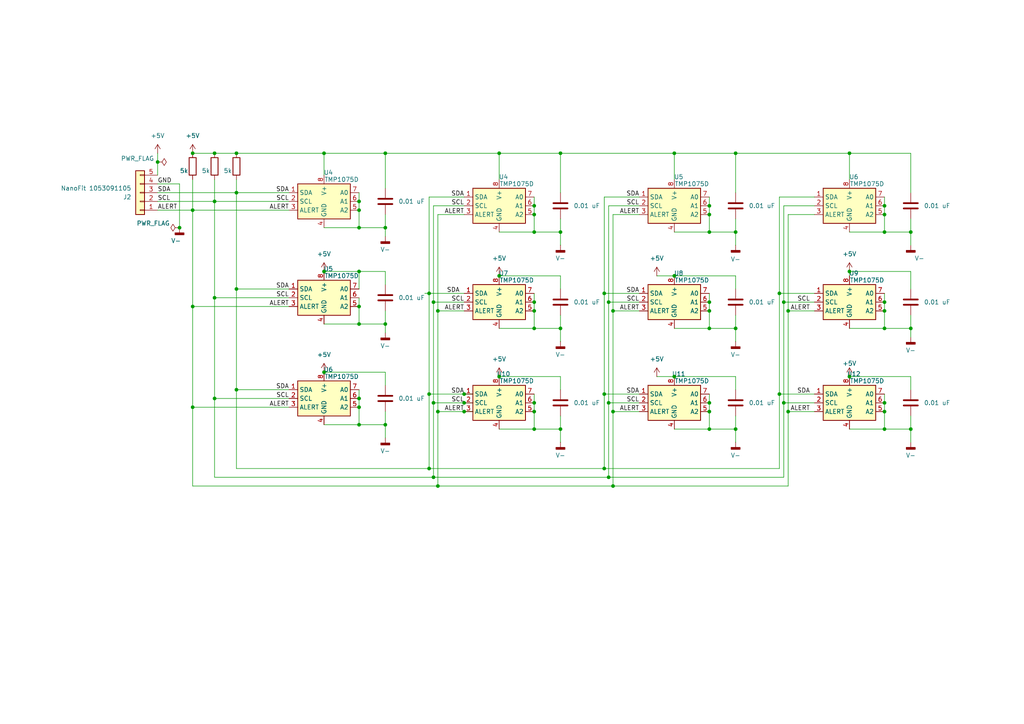
<source format=kicad_sch>
(kicad_sch (version 20250114) (generator "eeschema") (generator_version "9.0")
  (paper "A4")
  (lib_symbols
    (symbol "Connector_Generic:Conn_01x05" (pin_names (offset 1.016) (hide yes))
      (property "Reference" "J" (at 0 7.62 0))
      (property "Value" "Conn_01x05" (at 0 -7.62 0))
      (symbol "Conn_01x05_1_1"
        (rectangle (start -1.27 6.35) (end 1.27 -6.35) (stroke (width 0.254)) (fill (type background)))
        (rectangle (start -1.27 5.207) (end 0 4.953) (stroke (width 0.1524)))
        (rectangle (start -1.27 2.667) (end 0 2.413) (stroke (width 0.1524)))
        (rectangle (start -1.27 0.127) (end 0 -0.127) (stroke (width 0.1524)))
        (rectangle (start -1.27 -2.413) (end 0 -2.667) (stroke (width 0.1524)))
        (rectangle (start -1.27 -4.953) (end 0 -5.207) (stroke (width 0.1524)))
        (pin passive line (at -5.08 5.08 0) (length 3.81) (name "Pin_1") (number "1"))
        (pin passive line (at -5.08 2.54 0) (length 3.81) (name "Pin_2") (number "2"))
        (pin passive line (at -5.08 0 0) (length 3.81) (name "Pin_3") (number "3"))
        (pin passive line (at -5.08 -2.54 0) (length 3.81) (name "Pin_4") (number "4"))
        (pin passive line (at -5.08 -5.08 0) (length 3.81) (name "Pin_5") (number "5"))
      )
    )
    (symbol "Device:C" (pin_numbers (hide yes)) (pin_names (offset 0.254))
      (property "Reference" "C" (at 0.635 2.54 0))
      (property "Value" "C" (at 0.635 -2.54 0))
      (symbol "C_0_1"
        (polyline (pts (xy -2.032 0.762) (xy 2.032 0.762)) (stroke (width 0.508)))
        (polyline (pts (xy -2.032 -0.762) (xy 2.032 -0.762)) (stroke (width 0.508)))
      )
      (symbol "C_1_1"
        (pin passive line (at 0 3.81 270) (length 2.794) (name "~") (number "1"))
        (pin passive line (at 0 -3.81 90) (length 2.794) (name "~") (number "2"))
      )
    )
    (symbol "Device:R" (pin_numbers (hide yes)) (pin_names (offset 0))
      (property "Reference" "R" (at 2.032 0 90))
      (property "Value" "R" (at 0 0 90))
      (symbol "R_0_1"
        (rectangle (start -1.016 -2.54) (end 1.016 2.54) (stroke (width 0.254)))
      )
      (symbol "R_1_1"
        (pin passive line (at 0 3.81 270) (length 1.27) (name "~") (number "1"))
        (pin passive line (at 0 -3.81 90) (length 1.27) (name "~") (number "2"))
      )
    )
    (symbol "Sensor_Temperature:TMP1075D"
      (property "Reference" "U" (at -6.35 6.35 0))
      (property "Value" "TMP1075D" (at 6.35 6.35 0))
      (symbol "TMP1075D_0_1"
        (rectangle (start -7.62 5.08) (end 7.62 -5.08) (stroke (width 0.254)) (fill (type background)))
      )
      (symbol "TMP1075D_1_1"
        (pin input line (at -10.16 2.54 0) (length 2.54) (name "A0") (number "7"))
        (pin input line (at -10.16 0 0) (length 2.54) (name "A1") (number "6"))
        (pin input line (at -10.16 -2.54 0) (length 2.54) (name "A2") (number "5"))
        (pin power_in line (at 0 7.62 270) (length 2.54) (name "V+") (number "8"))
        (pin power_in line (at 0 -7.62 90) (length 2.54) (name "GND") (number "4"))
        (pin bidirectional line (at 10.16 2.54 180) (length 2.54) (name "SDA") (number "1"))
        (pin input line (at 10.16 0 180) (length 2.54) (name "SCL") (number "2"))
        (pin open_collector line (at 10.16 -2.54 180) (length 2.54) (name "ALERT") (number "3"))
      )
    )
    (symbol "power:+5V" (power) (pin_numbers (hide yes)) (pin_names (offset 0) (hide yes))
      (property "Value" "+5V" (at 0 3.556 0))
      (symbol "+5V_0_1"
        (polyline (pts (xy -0.762 1.27) (xy 0 2.54)))
        (polyline (pts (xy 0 2.54) (xy 0.762 1.27)))
        (polyline (pts (xy 0 0) (xy 0 2.54)))
      )
      (symbol "+5V_1_1"
        (pin power_in line (at 0 0 90) (length 0) (name "~") (number "1"))
      )
    )
    (symbol "power:GNDD" (power) (pin_numbers (hide yes)) (pin_names (offset 0) (hide yes))
      (property "Value" "GNDD" (at 0 -3.175 0))
      (symbol "GNDD_0_1"
        (rectangle (start -1.27 -1.524) (end 1.27 -2.032) (stroke (width 0.254)) (fill (type outline)))
        (polyline (pts (xy 0 0) (xy 0 -1.524)))
      )
      (symbol "GNDD_1_1"
        (pin power_in line (at 0 0 270) (length 0) (name "~") (number "1"))
      )
    )
    (symbol "power:PWR_FLAG" (power) (pin_numbers (hide yes)) (pin_names (offset 0) (hide yes))
      (property "Value" "PWR_FLAG" (at 0 3.81 0))
      (symbol "PWR_FLAG_0_0"
        (pin power_out line (at 0 0 90) (length 0) (name "~") (number "1"))
      )
      (symbol "PWR_FLAG_0_1"
        (polyline (pts (xy 0 0) (xy 0 1.27) (xy -1.016 1.905) (xy 0 2.54) (xy 1.016 1.905) (xy 0 1.27)))
      )
    )
  )
  (junction (at 154.94 67.31))
  (junction (at 104.14 60.96))
  (junction (at 213.36 44.45))
  (junction (at 68.58 83.82))
  (junction (at 154.94 59.69))
  (junction (at 256.54 90.17))
  (junction (at 45.72 46.99))
  (junction (at 154.94 90.17))
  (junction (at 175.26 85.09))
  (junction (at 134.62 119.38))
  (junction (at 104.14 93.98))
  (junction (at 205.74 87.63))
  (junction (at 264.16 67.31))
  (junction (at 93.98 78.74))
  (junction (at 55.88 88.9))
  (junction (at 205.74 62.23))
  (junction (at 256.54 124.46))
  (junction (at 111.76 93.98))
  (junction (at 246.38 109.22))
  (junction (at 104.14 88.9))
  (junction (at 124.46 114.3))
  (junction (at 154.94 62.23))
  (junction (at 256.54 67.31))
  (junction (at 93.98 107.95))
  (junction (at 104.14 115.57))
  (junction (at 154.94 119.38))
  (junction (at 228.6 119.38))
  (junction (at 256.54 119.38))
  (junction (at 205.74 95.25))
  (junction (at 124.46 135.89))
  (junction (at 176.53 87.63))
  (junction (at 104.14 58.42))
  (junction (at 125.73 138.43))
  (junction (at 205.74 116.84))
  (junction (at 111.76 66.04))
  (junction (at 228.6 90.17))
  (junction (at 154.94 87.63))
  (junction (at 226.06 114.3))
  (junction (at 93.98 44.45))
  (junction (at 227.33 87.63))
  (junction (at 256.54 95.25))
  (junction (at 144.78 80.01))
  (junction (at 205.74 90.17))
  (junction (at 62.23 58.42))
  (junction (at 104.14 123.19))
  (junction (at 227.33 116.84))
  (junction (at 256.54 59.69))
  (junction (at 246.38 78.74))
  (junction (at 68.58 113.03))
  (junction (at 111.76 44.45))
  (junction (at 125.73 116.84))
  (junction (at 62.23 44.45))
  (junction (at 154.94 95.25))
  (junction (at 205.74 119.38))
  (junction (at 176.53 138.43))
  (junction (at 162.56 124.46))
  (junction (at 68.58 44.45))
  (junction (at 256.54 116.84))
  (junction (at 127 119.38))
  (junction (at 162.56 67.31))
  (junction (at 124.46 85.09))
  (junction (at 264.16 124.46))
  (junction (at 55.88 60.96))
  (junction (at 195.58 109.22))
  (junction (at 162.56 44.45))
  (junction (at 144.78 44.45))
  (junction (at 256.54 87.63))
  (junction (at 213.36 124.46))
  (junction (at 175.26 114.3))
  (junction (at 104.14 66.04))
  (junction (at 177.8 119.38))
  (junction (at 144.78 109.22))
  (junction (at 125.73 87.63))
  (junction (at 177.8 90.17))
  (junction (at 55.88 44.45))
  (junction (at 62.23 86.36))
  (junction (at 62.23 115.57))
  (junction (at 177.8 140.97))
  (junction (at 213.36 95.25))
  (junction (at 256.54 62.23))
  (junction (at 134.62 114.3))
  (junction (at 175.26 135.89))
  (junction (at 104.14 118.11))
  (junction (at 246.38 44.45))
  (junction (at 226.06 85.09))
  (junction (at 52.07 66.04))
  (junction (at 127 90.17))
  (junction (at 205.74 67.31))
  (junction (at 205.74 124.46))
  (junction (at 195.58 44.45))
  (junction (at 68.58 55.88))
  (junction (at 264.16 95.25))
  (junction (at 154.94 124.46))
  (junction (at 134.62 116.84))
  (junction (at 55.88 118.11))
  (junction (at 127 140.97))
  (junction (at 162.56 95.25))
  (junction (at 213.36 67.31))
  (junction (at 104.14 78.74))
  (junction (at 176.53 116.84))
  (junction (at 111.76 123.19))
  (junction (at 205.74 59.69))
  (junction (at 154.94 116.84))
  (junction (at 195.58 80.01))
  (wire (pts (xy 104.14 66.04) (xy 111.76 66.04)))
  (wire (pts (xy 213.36 44.45) (xy 213.36 55.88)))
  (wire (pts (xy 264.16 91.44) (xy 264.16 95.25)))
  (wire (pts (xy 195.58 67.31) (xy 205.74 67.31)))
  (wire (pts (xy 125.73 59.69) (xy 125.73 87.63)))
  (wire (pts (xy 124.46 85.09) (xy 134.62 85.09)))
  (wire (pts (xy 154.94 87.63) (xy 154.94 90.17)))
  (wire (pts (xy 104.14 118.11) (xy 104.14 123.19)))
  (wire (pts (xy 195.58 44.45) (xy 213.36 44.45)))
  (wire (pts (xy 213.36 124.46) (xy 213.36 128.27)))
  (wire (pts (xy 62.23 44.45) (xy 68.58 44.45)))
  (wire (pts (xy 104.14 123.19) (xy 111.76 123.19)))
  (wire (pts (xy 227.33 87.63) (xy 236.22 87.63)))
  (wire (pts (xy 134.62 116.84) (xy 137.16 116.84)))
  (wire (pts (xy 236.22 57.15) (xy 226.06 57.15)))
  (wire (pts (xy 125.73 87.63) (xy 134.62 87.63)))
  (wire (pts (xy 68.58 113.03) (xy 68.58 135.89)))
  (wire (pts (xy 256.54 114.3) (xy 256.54 116.84)))
  (wire (pts (xy 227.33 87.63) (xy 227.33 116.84)))
  (wire (pts (xy 104.14 86.36) (xy 104.14 88.9)))
  (wire (pts (xy 195.58 95.25) (xy 205.74 95.25)))
  (wire (pts (xy 176.53 87.63) (xy 176.53 116.84)))
  (wire (pts (xy 195.58 124.46) (xy 205.74 124.46)))
  (wire (pts (xy 93.98 44.45) (xy 111.76 44.45)))
  (wire (pts (xy 227.33 59.69) (xy 236.22 59.69)))
  (wire (pts (xy 264.16 109.22) (xy 264.16 113.03)))
  (wire (pts (xy 256.54 119.38) (xy 256.54 124.46)))
  (wire (pts (xy 205.74 116.84) (xy 205.74 119.38)))
  (wire (pts (xy 205.74 62.23) (xy 205.74 67.31)))
  (wire (pts (xy 177.8 140.97) (xy 228.6 140.97)))
  (wire (pts (xy 111.76 62.23) (xy 111.76 66.04)))
  (wire (pts (xy 111.76 78.74) (xy 111.76 82.55)))
  (wire (pts (xy 228.6 90.17) (xy 236.22 90.17)))
  (wire (pts (xy 68.58 44.45) (xy 93.98 44.45)))
  (wire (pts (xy 213.36 67.31) (xy 213.36 71.12)))
  (wire (pts (xy 104.14 60.96) (xy 104.14 66.04)))
  (wire (pts (xy 62.23 115.57) (xy 62.23 138.43)))
  (wire (pts (xy 195.58 80.01) (xy 213.36 80.01)))
  (wire (pts (xy 213.36 109.22) (xy 213.36 113.03)))
  (wire (pts (xy 134.62 119.38) (xy 137.16 119.38)))
  (wire (pts (xy 55.88 60.96) (xy 83.82 60.96)))
  (wire (pts (xy 205.74 124.46) (xy 213.36 124.46)))
  (wire (pts (xy 134.62 114.3) (xy 124.46 114.3)))
  (wire (pts (xy 246.38 95.25) (xy 256.54 95.25)))
  (wire (pts (xy 213.36 63.5) (xy 213.36 67.31)))
  (wire (pts (xy 104.14 58.42) (xy 104.14 60.96)))
  (wire (pts (xy 125.73 116.84) (xy 134.62 116.84)))
  (wire (pts (xy 154.94 59.69) (xy 154.94 62.23)))
  (wire (pts (xy 55.88 60.96) (xy 55.88 88.9)))
  (wire (pts (xy 62.23 115.57) (xy 83.82 115.57)))
  (wire (pts (xy 62.23 86.36) (xy 62.23 115.57)))
  (wire (pts (xy 177.8 90.17) (xy 177.8 119.38)))
  (wire (pts (xy 246.38 109.22) (xy 264.16 109.22)))
  (wire (pts (xy 228.6 119.38) (xy 236.22 119.38)))
  (wire (pts (xy 127 119.38) (xy 134.62 119.38)))
  (wire (pts (xy 111.76 107.95) (xy 111.76 111.76)))
  (wire (pts (xy 246.38 78.74) (xy 264.16 78.74)))
  (wire (pts (xy 227.33 59.69) (xy 227.33 87.63)))
  (wire (pts (xy 162.56 120.65) (xy 162.56 124.46)))
  (wire (pts (xy 226.06 85.09) (xy 236.22 85.09)))
  (wire (pts (xy 162.56 109.22) (xy 162.56 113.03)))
  (wire (pts (xy 55.88 140.97) (xy 127 140.97)))
  (wire (pts (xy 195.58 109.22) (xy 213.36 109.22)))
  (wire (pts (xy 144.78 44.45) (xy 144.78 52.07)))
  (wire (pts (xy 162.56 80.01) (xy 162.56 83.82)))
  (wire (pts (xy 162.56 67.31) (xy 162.56 71.12)))
  (wire (pts (xy 68.58 52.07) (xy 68.58 55.88)))
  (wire (pts (xy 246.38 80.01) (xy 246.38 78.74)))
  (wire (pts (xy 55.88 118.11) (xy 55.88 140.97)))
  (wire (pts (xy 162.56 95.25) (xy 162.56 99.06)))
  (wire (pts (xy 264.16 44.45) (xy 264.16 55.88)))
  (wire (pts (xy 177.8 119.38) (xy 185.42 119.38)))
  (wire (pts (xy 213.36 95.25) (xy 213.36 99.06)))
  (wire (pts (xy 176.53 138.43) (xy 227.33 138.43)))
  (wire (pts (xy 134.62 62.23) (xy 127 62.23)))
  (wire (pts (xy 104.14 115.57) (xy 104.14 118.11)))
  (wire (pts (xy 256.54 87.63) (xy 256.54 90.17)))
  (wire (pts (xy 45.72 46.99) (xy 45.72 50.8)))
  (wire (pts (xy 256.54 67.31) (xy 264.16 67.31)))
  (wire (pts (xy 256.54 95.25) (xy 264.16 95.25)))
  (wire (pts (xy 246.38 67.31) (xy 256.54 67.31)))
  (wire (pts (xy 55.88 88.9) (xy 83.82 88.9)))
  (wire (pts (xy 185.42 62.23) (xy 177.8 62.23)))
  (wire (pts (xy 124.46 85.09) (xy 124.46 114.3)))
  (wire (pts (xy 45.72 60.96) (xy 55.88 60.96)))
  (wire (pts (xy 111.76 119.38) (xy 111.76 123.19)))
  (wire (pts (xy 154.94 90.17) (xy 154.94 95.25)))
  (wire (pts (xy 124.46 135.89) (xy 175.26 135.89)))
  (wire (pts (xy 144.78 124.46) (xy 154.94 124.46)))
  (wire (pts (xy 205.74 57.15) (xy 205.74 59.69)))
  (wire (pts (xy 134.62 57.15) (xy 124.46 57.15)))
  (wire (pts (xy 144.78 44.45) (xy 162.56 44.45)))
  (wire (pts (xy 134.62 59.69) (xy 125.73 59.69)))
  (wire (pts (xy 185.42 57.15) (xy 175.26 57.15)))
  (wire (pts (xy 264.16 120.65) (xy 264.16 124.46)))
  (wire (pts (xy 226.06 57.15) (xy 226.06 85.09)))
  (wire (pts (xy 176.53 59.69) (xy 176.53 87.63)))
  (wire (pts (xy 68.58 135.89) (xy 124.46 135.89)))
  (wire (pts (xy 175.26 114.3) (xy 185.42 114.3)))
  (wire (pts (xy 264.16 95.25) (xy 264.16 97.79)))
  (wire (pts (xy 246.38 44.45) (xy 264.16 44.45)))
  (wire (pts (xy 154.94 95.25) (xy 162.56 95.25)))
  (wire (pts (xy 62.23 138.43) (xy 125.73 138.43)))
  (wire (pts (xy 134.62 114.3) (xy 137.16 114.3)))
  (wire (pts (xy 175.26 85.09) (xy 175.26 114.3)))
  (wire (pts (xy 55.88 52.07) (xy 55.88 60.96)))
  (wire (pts (xy 62.23 58.42) (xy 62.23 86.36)))
  (wire (pts (xy 162.56 124.46) (xy 162.56 128.27)))
  (wire (pts (xy 264.16 78.74) (xy 264.16 83.82)))
  (wire (pts (xy 45.72 58.42) (xy 62.23 58.42)))
  (wire (pts (xy 93.98 93.98) (xy 104.14 93.98)))
  (wire (pts (xy 125.73 138.43) (xy 176.53 138.43)))
  (wire (pts (xy 93.98 78.74) (xy 104.14 78.74)))
  (wire (pts (xy 111.76 123.19) (xy 111.76 127)))
  (wire (pts (xy 228.6 119.38) (xy 228.6 140.97)))
  (wire (pts (xy 111.76 93.98) (xy 111.76 96.52)))
  (wire (pts (xy 176.53 87.63) (xy 185.42 87.63)))
  (wire (pts (xy 55.88 44.45) (xy 62.23 44.45)))
  (wire (pts (xy 264.16 124.46) (xy 264.16 128.27)))
  (wire (pts (xy 104.14 78.74) (xy 111.76 78.74)))
  (wire (pts (xy 111.76 66.04) (xy 111.76 68.58)))
  (wire (pts (xy 124.46 114.3) (xy 124.46 135.89)))
  (wire (pts (xy 162.56 44.45) (xy 162.56 55.88)))
  (wire (pts (xy 205.74 114.3) (xy 205.74 116.84)))
  (wire (pts (xy 175.26 114.3) (xy 175.26 135.89)))
  (wire (pts (xy 127 140.97) (xy 177.8 140.97)))
  (wire (pts (xy 104.14 55.88) (xy 104.14 58.42)))
  (wire (pts (xy 205.74 119.38) (xy 205.74 124.46)))
  (wire (pts (xy 195.58 44.45) (xy 195.58 52.07)))
  (wire (pts (xy 162.56 91.44) (xy 162.56 95.25)))
  (wire (pts (xy 256.54 90.17) (xy 256.54 95.25)))
  (wire (pts (xy 68.58 55.88) (xy 83.82 55.88)))
  (wire (pts (xy 154.94 62.23) (xy 154.94 67.31)))
  (wire (pts (xy 246.38 44.45) (xy 246.38 52.07)))
  (wire (pts (xy 154.94 119.38) (xy 154.94 124.46)))
  (wire (pts (xy 195.58 109.22) (xy 190.5 109.22)))
  (wire (pts (xy 264.16 63.5) (xy 264.16 67.31)))
  (wire (pts (xy 176.53 116.84) (xy 185.42 116.84)))
  (wire (pts (xy 154.94 124.46) (xy 162.56 124.46)))
  (wire (pts (xy 62.23 52.07) (xy 62.23 58.42)))
  (wire (pts (xy 144.78 67.31) (xy 154.94 67.31)))
  (wire (pts (xy 93.98 66.04) (xy 104.14 66.04)))
  (wire (pts (xy 144.78 95.25) (xy 154.94 95.25)))
  (wire (pts (xy 45.72 55.88) (xy 68.58 55.88)))
  (wire (pts (xy 45.72 44.45) (xy 45.72 46.99)))
  (wire (pts (xy 154.94 114.3) (xy 154.94 116.84)))
  (wire (pts (xy 227.33 116.84) (xy 236.22 116.84)))
  (wire (pts (xy 213.36 120.65) (xy 213.36 124.46)))
  (wire (pts (xy 228.6 62.23) (xy 236.22 62.23)))
  (wire (pts (xy 213.36 44.45) (xy 246.38 44.45)))
  (wire (pts (xy 55.88 118.11) (xy 83.82 118.11)))
  (wire (pts (xy 104.14 78.74) (xy 104.14 83.82)))
  (wire (pts (xy 111.76 90.17) (xy 111.76 93.98)))
  (wire (pts (xy 104.14 93.98) (xy 111.76 93.98)))
  (wire (pts (xy 68.58 55.88) (xy 68.58 83.82)))
  (wire (pts (xy 68.58 83.82) (xy 68.58 113.03)))
  (wire (pts (xy 62.23 58.42) (xy 83.82 58.42)))
  (wire (pts (xy 205.74 59.69) (xy 205.74 62.23)))
  (wire (pts (xy 226.06 85.09) (xy 226.06 114.3)))
  (wire (pts (xy 177.8 62.23) (xy 177.8 90.17)))
  (wire (pts (xy 125.73 116.84) (xy 125.73 138.43)))
  (wire (pts (xy 154.94 116.84) (xy 154.94 119.38)))
  (wire (pts (xy 125.73 87.63) (xy 125.73 116.84)))
  (wire (pts (xy 123.19 85.09) (xy 124.46 85.09)))
  (wire (pts (xy 104.14 88.9) (xy 104.14 93.98)))
  (wire (pts (xy 205.74 90.17) (xy 205.74 95.25)))
  (wire (pts (xy 144.78 80.01) (xy 162.56 80.01)))
  (wire (pts (xy 111.76 44.45) (xy 144.78 44.45)))
  (wire (pts (xy 124.46 57.15) (xy 124.46 85.09)))
  (wire (pts (xy 93.98 107.95) (xy 111.76 107.95)))
  (wire (pts (xy 256.54 85.09) (xy 256.54 87.63)))
  (wire (pts (xy 93.98 123.19) (xy 104.14 123.19)))
  (wire (pts (xy 55.88 88.9) (xy 55.88 118.11)))
  (wire (pts (xy 227.33 116.84) (xy 227.33 138.43)))
  (wire (pts (xy 154.94 57.15) (xy 154.94 59.69)))
  (wire (pts (xy 228.6 90.17) (xy 228.6 119.38)))
  (wire (pts (xy 162.56 44.45) (xy 195.58 44.45)))
  (wire (pts (xy 52.07 66.04) (xy 52.07 53.34)))
  (wire (pts (xy 177.8 90.17) (xy 185.42 90.17)))
  (wire (pts (xy 104.14 113.03) (xy 104.14 115.57)))
  (wire (pts (xy 175.26 135.89) (xy 226.06 135.89)))
  (wire (pts (xy 213.36 80.01) (xy 213.36 83.82)))
  (wire (pts (xy 154.94 67.31) (xy 162.56 67.31)))
  (wire (pts (xy 144.78 109.22) (xy 162.56 109.22)))
  (wire (pts (xy 111.76 44.45) (xy 111.76 54.61)))
  (wire (pts (xy 68.58 113.03) (xy 83.82 113.03)))
  (wire (pts (xy 264.16 67.31) (xy 264.16 71.12)))
  (wire (pts (xy 154.94 85.09) (xy 154.94 87.63)))
  (wire (pts (xy 127 90.17) (xy 127 119.38)))
  (wire (pts (xy 127 62.23) (xy 127 90.17)))
  (wire (pts (xy 205.74 85.09) (xy 205.74 87.63)))
  (wire (pts (xy 195.58 80.01) (xy 190.5 80.01)))
  (wire (pts (xy 256.54 116.84) (xy 256.54 119.38)))
  (wire (pts (xy 162.56 63.5) (xy 162.56 67.31)))
  (wire (pts (xy 226.06 114.3) (xy 236.22 114.3)))
  (wire (pts (xy 68.58 83.82) (xy 83.82 83.82)))
  (wire (pts (xy 205.74 95.25) (xy 213.36 95.25)))
  (wire (pts (xy 256.54 57.15) (xy 256.54 59.69)))
  (wire (pts (xy 205.74 87.63) (xy 205.74 90.17)))
  (wire (pts (xy 246.38 124.46) (xy 256.54 124.46)))
  (wire (pts (xy 127 90.17) (xy 134.62 90.17)))
  (wire (pts (xy 127 119.38) (xy 127 140.97)))
  (wire (pts (xy 213.36 91.44) (xy 213.36 95.25)))
  (wire (pts (xy 52.07 53.34) (xy 45.72 53.34)))
  (wire (pts (xy 175.26 57.15) (xy 175.26 85.09)))
  (wire (pts (xy 256.54 59.69) (xy 256.54 62.23)))
  (wire (pts (xy 93.98 44.45) (xy 93.98 50.8)))
  (wire (pts (xy 256.54 62.23) (xy 256.54 67.31)))
  (wire (pts (xy 205.74 67.31) (xy 213.36 67.31)))
  (wire (pts (xy 256.54 124.46) (xy 264.16 124.46)))
  (wire (pts (xy 176.53 116.84) (xy 176.53 138.43)))
  (wire (pts (xy 62.23 86.36) (xy 83.82 86.36)))
  (wire (pts (xy 185.42 59.69) (xy 176.53 59.69)))
  (wire (pts (xy 177.8 119.38) (xy 177.8 140.97)))
  (wire (pts (xy 175.26 85.09) (xy 185.42 85.09)))
  (wire (pts (xy 226.06 114.3) (xy 226.06 135.89)))
  (wire (pts (xy 228.6 62.23) (xy 228.6 90.17)))
  (label "SDA" (at 134.62 57.15 180))
  (label "SCL" (at 45.72 58.42 0))
  (label "SCL" (at 134.62 87.63 180))
  (label "ALERT" (at 234.95 119.38 180))
  (label "ALERT" (at 134.62 119.38 180))
  (label "SCL" (at 134.62 116.84 180))
  (label "SCL" (at 185.42 87.63 180))
  (label "ALERT" (at 83.82 60.96 180))
  (label "SCL" (at 83.82 58.42 180))
  (label "SDA" (at 45.72 55.88 0))
  (label "ALERT" (at 134.62 62.23 180))
  (label "SDA" (at 83.82 113.03 180))
  (label "ALERT" (at 185.42 119.38 180))
  (label "GND" (at 45.72 53.34 0))
  (label "SDA" (at 134.62 114.3 180))
  (label "SDA" (at 185.42 114.3 180))
  (label "ALERT" (at 185.42 90.17 180))
  (label "SDA" (at 185.42 57.15 180))
  (label "ALERT" (at 185.42 62.23 180))
  (label "SCL" (at 134.62 59.69 180))
  (label "ALERT" (at 83.82 88.9 180))
  (label "SDA" (at 133.35 85.09 180))
  (label "SDA" (at 83.82 83.82 180))
  (label "SCL" (at 83.82 86.36 180))
  (label "SDA" (at 234.95 114.3 180))
  (label "SCL" (at 185.42 59.69 180))
  (label "SCL" (at 185.42 116.84 180))
  (label "ALERT" (at 83.82 118.11 180))
  (label "ALERT" (at 234.95 90.17 180))
  (label "ALERT" (at 45.72 60.96 0))
  (label "SDA" (at 185.42 85.09 180))
  (label "SCL" (at 83.82 115.57 180))
  (label "SDA" (at 83.82 55.88 180))
  (label "SCL" (at 234.95 87.63 180))
  (label "ALERT" (at 134.62 90.17 180))
  (symbol (lib_id "power:+5V") (at 190.5 109.22 0) (unit 1)
    (property "Reference" "#PWR025" (effects (hide yes)))
    (property "Value" "+5V" (at 190.5 104.14 0))
    (property "Description" "Power symbol creates a global label with name \"+5V\"" (effects (hide yes)))
  )
  (symbol (lib_id "power:GNDD") (at 264.16 71.12 0) (unit 1)
    (property "Reference" "#PWR016" (effects (hide yes)))
    (property "Value" "V-" (at 266.7 74.93 0))
    (property "Description" "Power symbol creates a global label with name \"GNDD\" , digital ground" (effects (hide yes)))
  )
  (symbol (lib_id "Device:C") (at 264.16 116.84 0) (mirror y) (unit 1)
    (property "Reference" "C11" (effects (hide yes)))
    (property "Value" "0.01 uF" (at 267.97 116.8399 0) (effects (justify right)))
    (property "Footprint" "Capacitor_SMD:C_0805_2012Metric_Pad1.18x1.45mm_HandSolder" (effects (hide yes)))
    (property "Description" "Unpolarized capacitor" (effects (hide yes)))
  )
  (symbol (lib_id "power:GNDD") (at 162.56 128.27 0) (unit 1)
    (property "Reference" "#PWR024" (effects (hide yes)))
    (property "Value" "V-" (at 162.56 132.08 0))
    (property "Description" "Power symbol creates a global label with name \"GNDD\" , digital ground" (effects (hide yes)))
  )
  (symbol (lib_id "Sensor_Temperature:TMP1075D") (at 93.98 86.36 0) (mirror y) (unit 1)
    (property "Reference" "U5" (at 95.25 77.978 0))
    (property "Value" "TMP1075D" (at 99.06 80.01 0))
    (property "Footprint" "Package_SO:SO-8_3.9x4.9mm_P1.27mm" (effects (hide yes)))
    (property "Datasheet" "https://www.ti.com/lit/gpn/tmp1075" (effects (hide yes)))
    (property "Description" "I2C-bus digital temperature sensor and thermal watchdog, SO-8" (effects (hide yes)))
  )
  (symbol (lib_id "Device:C") (at 162.56 59.69 0) (mirror y) (unit 1)
    (property "Reference" "C2" (effects (hide yes)))
    (property "Value" "0.01 uF" (at 166.37 59.6899 0) (effects (justify right)))
    (property "Footprint" "Capacitor_SMD:C_0805_2012Metric_Pad1.18x1.45mm_HandSolder" (effects (hide yes)))
    (property "Description" "Unpolarized capacitor" (effects (hide yes)))
  )
  (symbol (lib_id "power:GNDD") (at 111.76 68.58 0) (unit 1)
    (property "Reference" "#PWR016" (effects (hide yes)))
    (property "Value" "V-" (at 111.76 72.39 0))
    (property "Description" "Power symbol creates a global label with name \"GNDD\" , digital ground" (effects (hide yes)))
  )
  (symbol (lib_id "power:PWR_FLAG") (at 52.07 66.04 90) (unit 1)
    (property "Reference" "#FLG04" (effects (hide yes)))
    (property "Value" "PWR_FLAG" (at 44.45 64.77 90))
    (property "Description" "Special symbol for telling ERC where power comes from" (effects (hide yes)))
  )
  (symbol (lib_id "Device:C") (at 264.16 59.69 0) (mirror y) (unit 1)
    (property "Reference" "C5" (effects (hide yes)))
    (property "Value" "0.01 uF" (at 267.97 59.6899 0) (effects (justify right)))
    (property "Footprint" "Capacitor_SMD:C_0805_2012Metric_Pad1.18x1.45mm_HandSolder" (effects (hide yes)))
    (property "Description" "Unpolarized capacitor" (effects (hide yes)))
  )
  (symbol (lib_id "Sensor_Temperature:TMP1075D") (at 195.58 59.69 0) (mirror y) (unit 1)
    (property "Reference" "U5" (at 196.85 51.308 0))
    (property "Value" "TMP1075D" (at 200.66 53.34 0))
    (property "Footprint" "Package_SO:SO-8_3.9x4.9mm_P1.27mm" (effects (hide yes)))
    (property "Datasheet" "https://www.ti.com/lit/gpn/tmp1075" (effects (hide yes)))
    (property "Description" "I2C-bus digital temperature sensor and thermal watchdog, SO-8" (effects (hide yes)))
  )
  (symbol (lib_id "Device:R") (at 55.88 48.26 0) (unit 1)
    (property "Reference" "PU_ALRT2" (effects (hide yes)))
    (property "Value" "5k" (at 54.61 49.53 0) (effects (justify right)))
    (property "Footprint" "Resistor_SMD:R_0805_2012Metric_Pad1.20x1.40mm_HandSolder" (effects (hide yes)))
    (property "Description" "Resistor" (effects (hide yes)))
  )
  (symbol (lib_id "Device:R") (at 62.23 48.26 0) (mirror x) (unit 1)
    (property "Reference" "RPU_SCL2" (effects (hide yes)))
    (property "Value" "5k" (at 60.96 49.53 0) (effects (justify right)))
    (property "Footprint" "Resistor_SMD:R_0805_2012Metric_Pad1.20x1.40mm_HandSolder" (effects (hide yes)))
    (property "Description" "Resistor" (effects (hide yes)))
  )
  (symbol (lib_id "power:+5V") (at 93.98 78.74 0) (unit 1)
    (property "Reference" "#PWR014" (effects (hide yes)))
    (property "Value" "+5V" (at 93.98 73.66 0))
    (property "Description" "Power symbol creates a global label with name \"+5V\"" (effects (hide yes)))
  )
  (symbol (lib_id "power:GNDD") (at 213.36 71.12 0) (unit 1)
    (property "Reference" "#PWR014" (effects (hide yes)))
    (property "Value" "V-" (at 213.36 75.184 0))
    (property "Description" "Power symbol creates a global label with name \"GNDD\" , digital ground" (effects (hide yes)))
  )
  (symbol (lib_id "Sensor_Temperature:TMP1075D") (at 144.78 87.63 0) (mirror y) (unit 1)
    (property "Reference" "U7" (at 146.05 79.248 0))
    (property "Value" "TMP1075D" (at 149.86 81.28 0))
    (property "Footprint" "Package_SO:SO-8_3.9x4.9mm_P1.27mm" (effects (hide yes)))
    (property "Datasheet" "https://www.ti.com/lit/gpn/tmp1075" (effects (hide yes)))
    (property "Description" "I2C-bus digital temperature sensor and thermal watchdog, SO-8" (effects (hide yes)))
  )
  (symbol (lib_id "power:GNDD") (at 264.16 97.79 0) (unit 1)
    (property "Reference" "#PWR022" (effects (hide yes)))
    (property "Value" "V-" (at 264.16 101.6 0))
    (property "Description" "Power symbol creates a global label with name \"GNDD\" , digital ground" (effects (hide yes)))
  )
  (symbol (lib_id "power:GNDD") (at 162.56 71.12 0) (unit 1)
    (property "Reference" "#PWR012" (effects (hide yes)))
    (property "Value" "V-" (at 162.56 74.93 0))
    (property "Description" "Power symbol creates a global label with name \"GNDD\" , digital ground" (effects (hide yes)))
  )
  (symbol (lib_id "Sensor_Temperature:TMP1075D") (at 144.78 116.84 0) (mirror y) (unit 1)
    (property "Reference" "U10" (at 146.05 108.458 0))
    (property "Value" "TMP1075D" (at 149.86 110.49 0))
    (property "Footprint" "Package_SO:SO-8_3.9x4.9mm_P1.27mm" (effects (hide yes)))
    (property "Datasheet" "https://www.ti.com/lit/gpn/tmp1075" (effects (hide yes)))
    (property "Description" "I2C-bus digital temperature sensor and thermal watchdog, SO-8" (effects (hide yes)))
  )
  (symbol (lib_id "Device:C") (at 213.36 59.69 0) (mirror y) (unit 1)
    (property "Reference" "C4" (effects (hide yes)))
    (property "Value" "0.01 uF" (at 217.17 59.6899 0) (effects (justify right)))
    (property "Footprint" "Capacitor_SMD:C_0805_2012Metric_Pad1.18x1.45mm_HandSolder" (effects (hide yes)))
    (property "Description" "Unpolarized capacitor" (effects (hide yes)))
  )
  (symbol (lib_id "Device:C") (at 111.76 58.42 0) (mirror y) (unit 1)
    (property "Reference" "C2" (effects (hide yes)))
    (property "Value" "0.01 uF" (at 115.57 58.4199 0) (effects (justify right)))
    (property "Footprint" "Capacitor_SMD:C_0805_2012Metric_Pad1.18x1.45mm_HandSolder" (effects (hide yes)))
    (property "Description" "Unpolarized capacitor" (effects (hide yes)))
  )
  (symbol (lib_id "power:+5V") (at 144.78 109.22 0) (unit 1)
    (property "Reference" "#PWR023" (effects (hide yes)))
    (property "Value" "+5V" (at 144.78 104.14 0))
    (property "Description" "Power symbol creates a global label with name \"+5V\"" (effects (hide yes)))
  )
  (symbol (lib_id "Sensor_Temperature:TMP1075D") (at 195.58 87.63 0) (mirror y) (unit 1)
    (property "Reference" "U8" (at 196.85 79.248 0))
    (property "Value" "TMP1075D" (at 200.66 81.28 0))
    (property "Footprint" "Package_SO:SO-8_3.9x4.9mm_P1.27mm" (effects (hide yes)))
    (property "Datasheet" "https://www.ti.com/lit/gpn/tmp1075" (effects (hide yes)))
    (property "Description" "I2C-bus digital temperature sensor and thermal watchdog, SO-8" (effects (hide yes)))
  )
  (symbol (lib_id "Device:C") (at 111.76 86.36 0) (mirror y) (unit 1)
    (property "Reference" "C4" (effects (hide yes)))
    (property "Value" "0.01 uF" (at 115.57 86.3599 0) (effects (justify right)))
    (property "Footprint" "Capacitor_SMD:C_0805_2012Metric_Pad1.18x1.45mm_HandSolder" (effects (hide yes)))
    (property "Description" "Unpolarized capacitor" (effects (hide yes)))
  )
  (symbol (lib_id "Sensor_Temperature:TMP1075D") (at 195.58 116.84 0) (mirror y) (unit 1)
    (property "Reference" "U11" (at 196.85 108.458 0))
    (property "Value" "TMP1075D" (at 200.66 110.49 0))
    (property "Footprint" "Package_SO:SO-8_3.9x4.9mm_P1.27mm" (effects (hide yes)))
    (property "Datasheet" "https://www.ti.com/lit/gpn/tmp1075" (effects (hide yes)))
    (property "Description" "I2C-bus digital temperature sensor and thermal watchdog, SO-8" (effects (hide yes)))
  )
  (symbol (lib_id "power:PWR_FLAG") (at 45.72 46.99 270) (unit 1)
    (property "Reference" "#FLG03" (effects (hide yes)))
    (property "Value" "PWR_FLAG" (at 44.704 45.974 90) (effects (justify right)))
    (property "Description" "Special symbol for telling ERC where power comes from" (effects (hide yes)))
  )
  (symbol (lib_id "power:+5V") (at 144.78 80.01 0) (unit 1)
    (property "Reference" "#PWR017" (effects (hide yes)))
    (property "Value" "+5V" (at 144.78 74.93 0))
    (property "Description" "Power symbol creates a global label with name \"+5V\"" (effects (hide yes)))
  )
  (symbol (lib_id "Sensor_Temperature:TMP1075D") (at 246.38 87.63 0) (mirror y) (unit 1)
    (property "Reference" "U9" (at 247.65 79.248 0))
    (property "Value" "TMP1075D" (at 251.46 81.28 0))
    (property "Footprint" "Package_SO:SO-8_3.9x4.9mm_P1.27mm" (effects (hide yes)))
    (property "Datasheet" "https://www.ti.com/lit/gpn/tmp1075" (effects (hide yes)))
    (property "Description" "I2C-bus digital temperature sensor and thermal watchdog, SO-8" (effects (hide yes)))
  )
  (symbol (lib_id "Device:C") (at 213.36 116.84 0) (mirror y) (unit 1)
    (property "Reference" "C10" (effects (hide yes)))
    (property "Value" "0.01 uF" (at 217.17 116.8399 0) (effects (justify right)))
    (property "Footprint" "Capacitor_SMD:C_0805_2012Metric_Pad1.18x1.45mm_HandSolder" (effects (hide yes)))
    (property "Description" "Unpolarized capacitor" (effects (hide yes)))
  )
  (symbol (lib_id "power:+5V") (at 246.38 78.74 0) (unit 1)
    (property "Reference" "#PWR021" (effects (hide yes)))
    (property "Value" "+5V" (at 246.38 73.66 0))
    (property "Description" "Power symbol creates a global label with name \"+5V\"" (effects (hide yes)))
  )
  (symbol (lib_id "Device:C") (at 162.56 116.84 0) (mirror y) (unit 1)
    (property "Reference" "C9" (effects (hide yes)))
    (property "Value" "0.01 uF" (at 166.37 116.8399 0) (effects (justify right)))
    (property "Footprint" "Capacitor_SMD:C_0805_2012Metric_Pad1.18x1.45mm_HandSolder" (effects (hide yes)))
    (property "Description" "Unpolarized capacitor" (effects (hide yes)))
  )
  (symbol (lib_id "Device:C") (at 264.16 87.63 0) (mirror y) (unit 1)
    (property "Reference" "C8" (effects (hide yes)))
    (property "Value" "0.01 uF" (at 267.97 87.6299 0) (effects (justify right)))
    (property "Footprint" "Capacitor_SMD:C_0805_2012Metric_Pad1.18x1.45mm_HandSolder" (effects (hide yes)))
    (property "Description" "Unpolarized capacitor" (effects (hide yes)))
  )
  (symbol (lib_id "Device:C") (at 111.76 115.57 0) (mirror y) (unit 1)
    (property "Reference" "C5" (effects (hide yes)))
    (property "Value" "0.01 uF" (at 115.57 115.5699 0) (effects (justify right)))
    (property "Footprint" "Capacitor_SMD:C_0805_2012Metric_Pad1.18x1.45mm_HandSolder" (effects (hide yes)))
    (property "Description" "Unpolarized capacitor" (effects (hide yes)))
  )
  (symbol (lib_id "Device:C") (at 213.36 87.63 0) (mirror y) (unit 1)
    (property "Reference" "C7" (effects (hide yes)))
    (property "Value" "0.01 uF" (at 217.17 87.6299 0) (effects (justify right)))
    (property "Footprint" "Capacitor_SMD:C_0805_2012Metric_Pad1.18x1.45mm_HandSolder" (effects (hide yes)))
    (property "Description" "Unpolarized capacitor" (effects (hide yes)))
  )
  (symbol (lib_id "power:+5V") (at 93.98 107.95 0) (unit 1)
    (property "Reference" "#PWR015" (effects (hide yes)))
    (property "Value" "+5V" (at 93.98 102.87 0))
    (property "Description" "Power symbol creates a global label with name \"+5V\"" (effects (hide yes)))
  )
  (symbol (lib_id "Sensor_Temperature:TMP1075D") (at 93.98 115.57 0) (mirror y) (unit 1)
    (property "Reference" "U6" (at 95.25 107.188 0))
    (property "Value" "TMP1075D" (at 99.06 109.22 0))
    (property "Footprint" "Package_SO:SO-8_3.9x4.9mm_P1.27mm" (effects (hide yes)))
    (property "Datasheet" "https://www.ti.com/lit/gpn/tmp1075" (effects (hide yes)))
    (property "Description" "I2C-bus digital temperature sensor and thermal watchdog, SO-8" (effects (hide yes)))
  )
  (symbol (lib_id "power:GNDD") (at 213.36 99.06 0) (unit 1)
    (property "Reference" "#PWR020" (effects (hide yes)))
    (property "Value" "V-" (at 213.36 102.87 0))
    (property "Description" "Power symbol creates a global label with name \"GNDD\" , digital ground" (effects (hide yes)))
  )
  (symbol (lib_id "power:GNDD") (at 213.36 128.27 0) (unit 1)
    (property "Reference" "#PWR026" (effects (hide yes)))
    (property "Value" "V-" (at 213.36 132.08 0))
    (property "Description" "Power symbol creates a global label with name \"GNDD\" , digital ground" (effects (hide yes)))
  )
  (symbol (lib_id "power:+5V") (at 190.5 80.01 0) (unit 1)
    (property "Reference" "#PWR019" (effects (hide yes)))
    (property "Value" "+5V" (at 190.5 74.93 0))
    (property "Description" "Power symbol creates a global label with name \"+5V\"" (effects (hide yes)))
  )
  (symbol (lib_id "Device:R") (at 68.58 48.26 0) (mirror y) (unit 1)
    (property "Reference" "PU_SDA2" (effects (hide yes)))
    (property "Value" "5k" (at 67.31 49.53 0) (effects (justify left)))
    (property "Footprint" "Resistor_SMD:R_0805_2012Metric_Pad1.20x1.40mm_HandSolder" (effects (hide yes)))
    (property "Description" "Resistor" (effects (hide yes)))
  )
  (symbol (lib_id "Sensor_Temperature:TMP1075D") (at 246.38 59.69 0) (mirror y) (unit 1)
    (property "Reference" "U6" (at 247.65 51.308 0))
    (property "Value" "TMP1075D" (at 251.46 53.34 0))
    (property "Footprint" "Package_SO:SO-8_3.9x4.9mm_P1.27mm" (effects (hide yes)))
    (property "Datasheet" "https://www.ti.com/lit/gpn/tmp1075" (effects (hide yes)))
    (property "Description" "I2C-bus digital temperature sensor and thermal watchdog, SO-8" (effects (hide yes)))
  )
  (symbol (lib_id "Connector_Generic:Conn_01x05") (at 40.64 55.88 180) (unit 1)
    (property "Reference" "J2" (at 38.1 57.1501 0) (effects (justify left)))
    (property "Value" "NanoFit 1053091105" (at 38.1 54.6101 0) (effects (justify left)))
    (property "Footprint" "Connector_Molex:Molex_Nano-Fit_105309-xx05_1x05_P2.50mm_Vertical" (effects (hide yes)))
    (property "Description" "Generic connector, single row, 01x05, script generated (kicad-library-utils/schlib/autogen/connector/)" (effects (hide yes)))
  )
  (symbol (lib_id "power:+5V") (at 55.88 44.45 0) (unit 1)
    (property "Reference" "#PWR013" (effects (hide yes)))
    (property "Value" "+5V" (at 55.88 39.37 0))
    (property "Description" "Power symbol creates a global label with name \"+5V\"" (effects (hide yes)))
  )
  (symbol (lib_id "power:+5V") (at 246.38 109.22 0) (unit 1)
    (property "Reference" "#PWR027" (effects (hide yes)))
    (property "Value" "+5V" (at 246.38 105.41 0))
    (property "Description" "Power symbol creates a global label with name \"+5V\"" (effects (hide yes)))
  )
  (symbol (lib_id "Sensor_Temperature:TMP1075D") (at 93.98 58.42 0) (mirror y) (unit 1)
    (property "Reference" "U4" (at 95.25 50.038 0))
    (property "Value" "TMP1075D" (at 99.06 52.07 0))
    (property "Footprint" "Package_SO:SO-8_3.9x4.9mm_P1.27mm" (effects (hide yes)))
    (property "Datasheet" "https://www.ti.com/lit/gpn/tmp1075" (effects (hide yes)))
    (property "Description" "I2C-bus digital temperature sensor and thermal watchdog, SO-8" (effects (hide yes)))
  )
  (symbol (lib_id "power:GNDD") (at 111.76 127 0) (unit 1)
    (property "Reference" "#PWR018" (effects (hide yes)))
    (property "Value" "V-" (at 111.76 130.81 0))
    (property "Description" "Power symbol creates a global label with name \"GNDD\" , digital ground" (effects (hide yes)))
  )
  (symbol (lib_id "Sensor_Temperature:TMP1075D") (at 144.78 59.69 0) (mirror y) (unit 1)
    (property "Reference" "U4" (at 146.05 51.308 0))
    (property "Value" "TMP1075D" (at 149.86 53.34 0))
    (property "Footprint" "Package_SO:SO-8_3.9x4.9mm_P1.27mm" (effects (hide yes)))
    (property "Datasheet" "https://www.ti.com/lit/gpn/tmp1075" (effects (hide yes)))
    (property "Description" "I2C-bus digital temperature sensor and thermal watchdog, SO-8" (effects (hide yes)))
  )
  (symbol (lib_id "power:GNDD") (at 264.16 128.27 0) (unit 1)
    (property "Reference" "#PWR028" (effects (hide yes)))
    (property "Value" "V-" (at 264.16 132.08 0))
    (property "Description" "Power symbol creates a global label with name \"GNDD\" , digital ground" (effects (hide yes)))
  )
  (symbol (lib_id "power:GNDD") (at 162.56 99.06 0) (unit 1)
    (property "Reference" "#PWR018" (effects (hide yes)))
    (property "Value" "V-" (at 162.56 102.87 0))
    (property "Description" "Power symbol creates a global label with name \"GNDD\" , digital ground" (effects (hide yes)))
  )
  (symbol (lib_id "power:+5V") (at 45.72 44.45 0) (unit 1)
    (property "Reference" "#PWR011" (effects (hide yes)))
    (property "Value" "+5V" (at 45.72 39.37 0))
    (property "Description" "Power symbol creates a global label with name \"+5V\"" (effects (hide yes)))
  )
  (symbol (lib_id "power:GNDD") (at 52.07 66.04 0) (unit 1)
    (property "Reference" "#PWR012" (effects (hide yes)))
    (property "Value" "V-" (at 51.054 69.85 0))
    (property "Description" "Power symbol creates a global label with name \"GNDD\" , digital ground" (effects (hide yes)))
  )
  (symbol (lib_id "Device:C") (at 162.56 87.63 0) (mirror y) (unit 1)
    (property "Reference" "C6" (effects (hide yes)))
    (property "Value" "0.01 uF" (at 166.37 87.6299 0) (effects (justify right)))
    (property "Footprint" "Capacitor_SMD:C_0805_2012Metric_Pad1.18x1.45mm_HandSolder" (effects (hide yes)))
    (property "Description" "Unpolarized capacitor" (effects (hide yes)))
  )
  (symbol (lib_id "Sensor_Temperature:TMP1075D") (at 246.38 116.84 0) (mirror y) (unit 1)
    (property "Reference" "U12" (at 247.65 108.458 0))
    (property "Value" "TMP1075D" (at 251.46 110.49 0))
    (property "Footprint" "Package_SO:SO-8_3.9x4.9mm_P1.27mm" (effects (hide yes)))
    (property "Datasheet" "https://www.ti.com/lit/gpn/tmp1075" (effects (hide yes)))
    (property "Description" "I2C-bus digital temperature sensor and thermal watchdog, SO-8" (effects (hide yes)))
  )
  (symbol (lib_id "power:GNDD") (at 111.76 96.52 0) (unit 1)
    (property "Reference" "#PWR017" (effects (hide yes)))
    (property "Value" "V-" (at 111.76 100.33 0))
    (property "Description" "Power symbol creates a global label with name \"GNDD\" , digital ground" (effects (hide yes)))
  )
)
</source>
